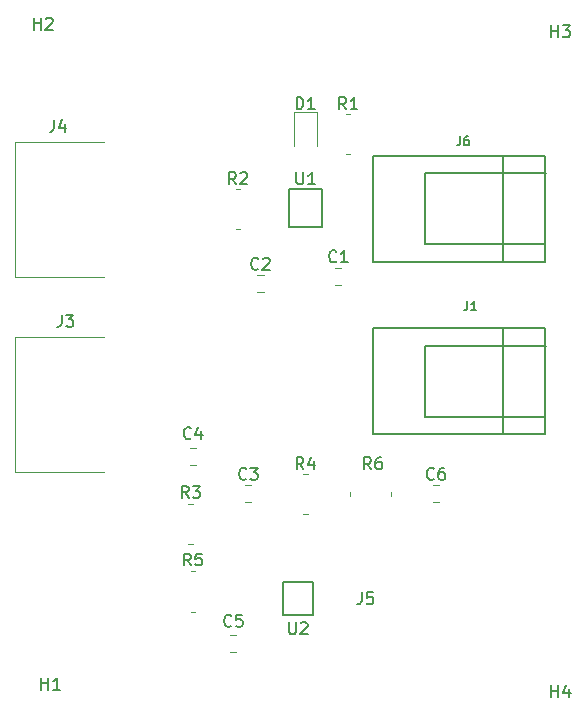
<source format=gbr>
G04 #@! TF.GenerationSoftware,KiCad,Pcbnew,(5.0.1)-3*
G04 #@! TF.CreationDate,2018-12-28T16:37:43-07:00*
G04 #@! TF.ProjectId,New_battery,4E65775F626174746572792E6B696361,rev?*
G04 #@! TF.SameCoordinates,Original*
G04 #@! TF.FileFunction,Legend,Top*
G04 #@! TF.FilePolarity,Positive*
%FSLAX46Y46*%
G04 Gerber Fmt 4.6, Leading zero omitted, Abs format (unit mm)*
G04 Created by KiCad (PCBNEW (5.0.1)-3) date 2018-12-28 4:37:43 PM*
%MOMM*%
%LPD*%
G01*
G04 APERTURE LIST*
%ADD10C,0.120000*%
%ADD11C,0.203200*%
%ADD12C,0.150000*%
%ADD13C,0.152400*%
G04 APERTURE END LIST*
D10*
G04 #@! TO.C,C1*
X243823748Y-79300000D02*
X244346252Y-79300000D01*
X243823748Y-80720000D02*
X244346252Y-80720000D01*
G04 #@! TO.C,C2*
X237228748Y-81355000D02*
X237751252Y-81355000D01*
X237228748Y-79935000D02*
X237751252Y-79935000D01*
G04 #@! TO.C,C3*
X236203748Y-97715000D02*
X236726252Y-97715000D01*
X236203748Y-99135000D02*
X236726252Y-99135000D01*
G04 #@! TO.C,C4*
X232036252Y-94540000D02*
X231513748Y-94540000D01*
X232036252Y-95960000D02*
X231513748Y-95960000D01*
G04 #@! TO.C,C5*
X235456252Y-110415000D02*
X234933748Y-110415000D01*
X235456252Y-111835000D02*
X234933748Y-111835000D01*
G04 #@! TO.C,C6*
X252078748Y-97715000D02*
X252601252Y-97715000D01*
X252078748Y-99135000D02*
X252601252Y-99135000D01*
G04 #@! TO.C,D1*
X242260000Y-68945000D02*
X242260000Y-66085000D01*
X242260000Y-66085000D02*
X240340000Y-66085000D01*
X240340000Y-66085000D02*
X240340000Y-68945000D01*
D11*
G04 #@! TO.C,J1*
X261560000Y-91900000D02*
X251460000Y-91900000D01*
X251460000Y-91900000D02*
X251460000Y-85900000D01*
X251460000Y-85900000D02*
X261660000Y-85900000D01*
X258060000Y-84400000D02*
X258060000Y-93400000D01*
X247060000Y-84400000D02*
X247060000Y-93400000D01*
X247060000Y-93400000D02*
X261560000Y-93400000D01*
X261560000Y-93400000D02*
X261560000Y-84400000D01*
X261560000Y-84400000D02*
X247060000Y-84400000D01*
D10*
G04 #@! TO.C,J3*
X216680000Y-85145000D02*
X224280000Y-85145000D01*
X216680000Y-96545000D02*
X216680000Y-85145000D01*
X224280000Y-96545000D02*
X216680000Y-96545000D01*
G04 #@! TO.C,J4*
X224280000Y-80035000D02*
X216680000Y-80035000D01*
X216680000Y-80035000D02*
X216680000Y-68635000D01*
X216680000Y-68635000D02*
X224280000Y-68635000D01*
D11*
G04 #@! TO.C,J6*
X261560000Y-69795000D02*
X247060000Y-69795000D01*
X261560000Y-78795000D02*
X261560000Y-69795000D01*
X247060000Y-78795000D02*
X261560000Y-78795000D01*
X247060000Y-69795000D02*
X247060000Y-78795000D01*
X258060000Y-69795000D02*
X258060000Y-78795000D01*
X251460000Y-71295000D02*
X261660000Y-71295000D01*
X251460000Y-77295000D02*
X251460000Y-71295000D01*
X261560000Y-77295000D02*
X251460000Y-77295000D01*
D10*
G04 #@! TO.C,R1*
X245090483Y-66235000D02*
X244724517Y-66235000D01*
X245090483Y-69655000D02*
X244724517Y-69655000D01*
G04 #@! TO.C,R2*
X235767983Y-76005000D02*
X235402017Y-76005000D01*
X235767983Y-72585000D02*
X235402017Y-72585000D01*
G04 #@! TO.C,R3*
X231389517Y-99255000D02*
X231755483Y-99255000D01*
X231389517Y-102675000D02*
X231755483Y-102675000D01*
G04 #@! TO.C,R4*
X241482983Y-96715000D02*
X241117017Y-96715000D01*
X241482983Y-100135000D02*
X241117017Y-100135000D01*
G04 #@! TO.C,R5*
X231592017Y-108390000D02*
X231957983Y-108390000D01*
X231592017Y-104970000D02*
X231957983Y-104970000D01*
G04 #@! TO.C,R6*
X248522500Y-98242017D02*
X248522500Y-98607983D01*
X245102500Y-98242017D02*
X245102500Y-98607983D01*
D12*
G04 #@! TO.C,U1*
X239903000Y-72644000D02*
X242697000Y-72644000D01*
X242697000Y-72644000D02*
X242697000Y-75819000D01*
X242697000Y-75819000D02*
X239903000Y-75819000D01*
X239903000Y-75819000D02*
X239903000Y-72644000D01*
G04 #@! TO.C,U2*
X241935000Y-106172000D02*
X241935000Y-108712000D01*
X241935000Y-108712000D02*
X239395000Y-108712000D01*
X239395000Y-108712000D02*
X239395000Y-105918000D01*
X239395000Y-105918000D02*
X241935000Y-105918000D01*
X241935000Y-105918000D02*
X241935000Y-106172000D01*
G04 #@! TO.C,C1*
X243918333Y-78717142D02*
X243870714Y-78764761D01*
X243727857Y-78812380D01*
X243632619Y-78812380D01*
X243489761Y-78764761D01*
X243394523Y-78669523D01*
X243346904Y-78574285D01*
X243299285Y-78383809D01*
X243299285Y-78240952D01*
X243346904Y-78050476D01*
X243394523Y-77955238D01*
X243489761Y-77860000D01*
X243632619Y-77812380D01*
X243727857Y-77812380D01*
X243870714Y-77860000D01*
X243918333Y-77907619D01*
X244870714Y-78812380D02*
X244299285Y-78812380D01*
X244585000Y-78812380D02*
X244585000Y-77812380D01*
X244489761Y-77955238D01*
X244394523Y-78050476D01*
X244299285Y-78098095D01*
G04 #@! TO.C,C2*
X237323333Y-79352142D02*
X237275714Y-79399761D01*
X237132857Y-79447380D01*
X237037619Y-79447380D01*
X236894761Y-79399761D01*
X236799523Y-79304523D01*
X236751904Y-79209285D01*
X236704285Y-79018809D01*
X236704285Y-78875952D01*
X236751904Y-78685476D01*
X236799523Y-78590238D01*
X236894761Y-78495000D01*
X237037619Y-78447380D01*
X237132857Y-78447380D01*
X237275714Y-78495000D01*
X237323333Y-78542619D01*
X237704285Y-78542619D02*
X237751904Y-78495000D01*
X237847142Y-78447380D01*
X238085238Y-78447380D01*
X238180476Y-78495000D01*
X238228095Y-78542619D01*
X238275714Y-78637857D01*
X238275714Y-78733095D01*
X238228095Y-78875952D01*
X237656666Y-79447380D01*
X238275714Y-79447380D01*
G04 #@! TO.C,C3*
X236298333Y-97132142D02*
X236250714Y-97179761D01*
X236107857Y-97227380D01*
X236012619Y-97227380D01*
X235869761Y-97179761D01*
X235774523Y-97084523D01*
X235726904Y-96989285D01*
X235679285Y-96798809D01*
X235679285Y-96655952D01*
X235726904Y-96465476D01*
X235774523Y-96370238D01*
X235869761Y-96275000D01*
X236012619Y-96227380D01*
X236107857Y-96227380D01*
X236250714Y-96275000D01*
X236298333Y-96322619D01*
X236631666Y-96227380D02*
X237250714Y-96227380D01*
X236917380Y-96608333D01*
X237060238Y-96608333D01*
X237155476Y-96655952D01*
X237203095Y-96703571D01*
X237250714Y-96798809D01*
X237250714Y-97036904D01*
X237203095Y-97132142D01*
X237155476Y-97179761D01*
X237060238Y-97227380D01*
X236774523Y-97227380D01*
X236679285Y-97179761D01*
X236631666Y-97132142D01*
G04 #@! TO.C,C4*
X231608333Y-93702142D02*
X231560714Y-93749761D01*
X231417857Y-93797380D01*
X231322619Y-93797380D01*
X231179761Y-93749761D01*
X231084523Y-93654523D01*
X231036904Y-93559285D01*
X230989285Y-93368809D01*
X230989285Y-93225952D01*
X231036904Y-93035476D01*
X231084523Y-92940238D01*
X231179761Y-92845000D01*
X231322619Y-92797380D01*
X231417857Y-92797380D01*
X231560714Y-92845000D01*
X231608333Y-92892619D01*
X232465476Y-93130714D02*
X232465476Y-93797380D01*
X232227380Y-92749761D02*
X231989285Y-93464047D01*
X232608333Y-93464047D01*
G04 #@! TO.C,C5*
X235028333Y-109577142D02*
X234980714Y-109624761D01*
X234837857Y-109672380D01*
X234742619Y-109672380D01*
X234599761Y-109624761D01*
X234504523Y-109529523D01*
X234456904Y-109434285D01*
X234409285Y-109243809D01*
X234409285Y-109100952D01*
X234456904Y-108910476D01*
X234504523Y-108815238D01*
X234599761Y-108720000D01*
X234742619Y-108672380D01*
X234837857Y-108672380D01*
X234980714Y-108720000D01*
X235028333Y-108767619D01*
X235933095Y-108672380D02*
X235456904Y-108672380D01*
X235409285Y-109148571D01*
X235456904Y-109100952D01*
X235552142Y-109053333D01*
X235790238Y-109053333D01*
X235885476Y-109100952D01*
X235933095Y-109148571D01*
X235980714Y-109243809D01*
X235980714Y-109481904D01*
X235933095Y-109577142D01*
X235885476Y-109624761D01*
X235790238Y-109672380D01*
X235552142Y-109672380D01*
X235456904Y-109624761D01*
X235409285Y-109577142D01*
G04 #@! TO.C,C6*
X252173333Y-97132142D02*
X252125714Y-97179761D01*
X251982857Y-97227380D01*
X251887619Y-97227380D01*
X251744761Y-97179761D01*
X251649523Y-97084523D01*
X251601904Y-96989285D01*
X251554285Y-96798809D01*
X251554285Y-96655952D01*
X251601904Y-96465476D01*
X251649523Y-96370238D01*
X251744761Y-96275000D01*
X251887619Y-96227380D01*
X251982857Y-96227380D01*
X252125714Y-96275000D01*
X252173333Y-96322619D01*
X253030476Y-96227380D02*
X252840000Y-96227380D01*
X252744761Y-96275000D01*
X252697142Y-96322619D01*
X252601904Y-96465476D01*
X252554285Y-96655952D01*
X252554285Y-97036904D01*
X252601904Y-97132142D01*
X252649523Y-97179761D01*
X252744761Y-97227380D01*
X252935238Y-97227380D01*
X253030476Y-97179761D01*
X253078095Y-97132142D01*
X253125714Y-97036904D01*
X253125714Y-96798809D01*
X253078095Y-96703571D01*
X253030476Y-96655952D01*
X252935238Y-96608333D01*
X252744761Y-96608333D01*
X252649523Y-96655952D01*
X252601904Y-96703571D01*
X252554285Y-96798809D01*
G04 #@! TO.C,D1*
X240561904Y-65857380D02*
X240561904Y-64857380D01*
X240800000Y-64857380D01*
X240942857Y-64905000D01*
X241038095Y-65000238D01*
X241085714Y-65095476D01*
X241133333Y-65285952D01*
X241133333Y-65428809D01*
X241085714Y-65619285D01*
X241038095Y-65714523D01*
X240942857Y-65809761D01*
X240800000Y-65857380D01*
X240561904Y-65857380D01*
X242085714Y-65857380D02*
X241514285Y-65857380D01*
X241800000Y-65857380D02*
X241800000Y-64857380D01*
X241704761Y-65000238D01*
X241609523Y-65095476D01*
X241514285Y-65143095D01*
G04 #@! TO.C,H1*
X218948095Y-114997380D02*
X218948095Y-113997380D01*
X218948095Y-114473571D02*
X219519523Y-114473571D01*
X219519523Y-114997380D02*
X219519523Y-113997380D01*
X220519523Y-114997380D02*
X219948095Y-114997380D01*
X220233809Y-114997380D02*
X220233809Y-113997380D01*
X220138571Y-114140238D01*
X220043333Y-114235476D01*
X219948095Y-114283095D01*
G04 #@! TO.C,H2*
X218313095Y-59117380D02*
X218313095Y-58117380D01*
X218313095Y-58593571D02*
X218884523Y-58593571D01*
X218884523Y-59117380D02*
X218884523Y-58117380D01*
X219313095Y-58212619D02*
X219360714Y-58165000D01*
X219455952Y-58117380D01*
X219694047Y-58117380D01*
X219789285Y-58165000D01*
X219836904Y-58212619D01*
X219884523Y-58307857D01*
X219884523Y-58403095D01*
X219836904Y-58545952D01*
X219265476Y-59117380D01*
X219884523Y-59117380D01*
G04 #@! TO.C,H3*
X262128095Y-59752380D02*
X262128095Y-58752380D01*
X262128095Y-59228571D02*
X262699523Y-59228571D01*
X262699523Y-59752380D02*
X262699523Y-58752380D01*
X263080476Y-58752380D02*
X263699523Y-58752380D01*
X263366190Y-59133333D01*
X263509047Y-59133333D01*
X263604285Y-59180952D01*
X263651904Y-59228571D01*
X263699523Y-59323809D01*
X263699523Y-59561904D01*
X263651904Y-59657142D01*
X263604285Y-59704761D01*
X263509047Y-59752380D01*
X263223333Y-59752380D01*
X263128095Y-59704761D01*
X263080476Y-59657142D01*
G04 #@! TO.C,H4*
X262128095Y-115632380D02*
X262128095Y-114632380D01*
X262128095Y-115108571D02*
X262699523Y-115108571D01*
X262699523Y-115632380D02*
X262699523Y-114632380D01*
X263604285Y-114965714D02*
X263604285Y-115632380D01*
X263366190Y-114584761D02*
X263128095Y-115299047D01*
X263747142Y-115299047D01*
G04 #@! TO.C,J1*
D13*
X255016000Y-82132714D02*
X255016000Y-82677000D01*
X254979714Y-82785857D01*
X254907142Y-82858428D01*
X254798285Y-82894714D01*
X254725714Y-82894714D01*
X255778000Y-82894714D02*
X255342571Y-82894714D01*
X255560285Y-82894714D02*
X255560285Y-82132714D01*
X255487714Y-82241571D01*
X255415142Y-82314142D01*
X255342571Y-82350428D01*
G04 #@! TO.C,J3*
D12*
X220646666Y-83272380D02*
X220646666Y-83986666D01*
X220599047Y-84129523D01*
X220503809Y-84224761D01*
X220360952Y-84272380D01*
X220265714Y-84272380D01*
X221027619Y-83272380D02*
X221646666Y-83272380D01*
X221313333Y-83653333D01*
X221456190Y-83653333D01*
X221551428Y-83700952D01*
X221599047Y-83748571D01*
X221646666Y-83843809D01*
X221646666Y-84081904D01*
X221599047Y-84177142D01*
X221551428Y-84224761D01*
X221456190Y-84272380D01*
X221170476Y-84272380D01*
X221075238Y-84224761D01*
X221027619Y-84177142D01*
G04 #@! TO.C,J4*
X220011666Y-66762380D02*
X220011666Y-67476666D01*
X219964047Y-67619523D01*
X219868809Y-67714761D01*
X219725952Y-67762380D01*
X219630714Y-67762380D01*
X220916428Y-67095714D02*
X220916428Y-67762380D01*
X220678333Y-66714761D02*
X220440238Y-67429047D01*
X221059285Y-67429047D01*
G04 #@! TO.C,J5*
X246046666Y-106767380D02*
X246046666Y-107481666D01*
X245999047Y-107624523D01*
X245903809Y-107719761D01*
X245760952Y-107767380D01*
X245665714Y-107767380D01*
X246999047Y-106767380D02*
X246522857Y-106767380D01*
X246475238Y-107243571D01*
X246522857Y-107195952D01*
X246618095Y-107148333D01*
X246856190Y-107148333D01*
X246951428Y-107195952D01*
X246999047Y-107243571D01*
X247046666Y-107338809D01*
X247046666Y-107576904D01*
X246999047Y-107672142D01*
X246951428Y-107719761D01*
X246856190Y-107767380D01*
X246618095Y-107767380D01*
X246522857Y-107719761D01*
X246475238Y-107672142D01*
G04 #@! TO.C,J6*
D13*
X254381000Y-68162714D02*
X254381000Y-68707000D01*
X254344714Y-68815857D01*
X254272142Y-68888428D01*
X254163285Y-68924714D01*
X254090714Y-68924714D01*
X255070428Y-68162714D02*
X254925285Y-68162714D01*
X254852714Y-68199000D01*
X254816428Y-68235285D01*
X254743857Y-68344142D01*
X254707571Y-68489285D01*
X254707571Y-68779571D01*
X254743857Y-68852142D01*
X254780142Y-68888428D01*
X254852714Y-68924714D01*
X254997857Y-68924714D01*
X255070428Y-68888428D01*
X255106714Y-68852142D01*
X255143000Y-68779571D01*
X255143000Y-68598142D01*
X255106714Y-68525571D01*
X255070428Y-68489285D01*
X254997857Y-68453000D01*
X254852714Y-68453000D01*
X254780142Y-68489285D01*
X254743857Y-68525571D01*
X254707571Y-68598142D01*
G04 #@! TO.C,R1*
D12*
X244740833Y-65857380D02*
X244407500Y-65381190D01*
X244169404Y-65857380D02*
X244169404Y-64857380D01*
X244550357Y-64857380D01*
X244645595Y-64905000D01*
X244693214Y-64952619D01*
X244740833Y-65047857D01*
X244740833Y-65190714D01*
X244693214Y-65285952D01*
X244645595Y-65333571D01*
X244550357Y-65381190D01*
X244169404Y-65381190D01*
X245693214Y-65857380D02*
X245121785Y-65857380D01*
X245407500Y-65857380D02*
X245407500Y-64857380D01*
X245312261Y-65000238D01*
X245217023Y-65095476D01*
X245121785Y-65143095D01*
G04 #@! TO.C,R2*
X235418333Y-72207380D02*
X235085000Y-71731190D01*
X234846904Y-72207380D02*
X234846904Y-71207380D01*
X235227857Y-71207380D01*
X235323095Y-71255000D01*
X235370714Y-71302619D01*
X235418333Y-71397857D01*
X235418333Y-71540714D01*
X235370714Y-71635952D01*
X235323095Y-71683571D01*
X235227857Y-71731190D01*
X234846904Y-71731190D01*
X235799285Y-71302619D02*
X235846904Y-71255000D01*
X235942142Y-71207380D01*
X236180238Y-71207380D01*
X236275476Y-71255000D01*
X236323095Y-71302619D01*
X236370714Y-71397857D01*
X236370714Y-71493095D01*
X236323095Y-71635952D01*
X235751666Y-72207380D01*
X236370714Y-72207380D01*
G04 #@! TO.C,R3*
X231405833Y-98767380D02*
X231072500Y-98291190D01*
X230834404Y-98767380D02*
X230834404Y-97767380D01*
X231215357Y-97767380D01*
X231310595Y-97815000D01*
X231358214Y-97862619D01*
X231405833Y-97957857D01*
X231405833Y-98100714D01*
X231358214Y-98195952D01*
X231310595Y-98243571D01*
X231215357Y-98291190D01*
X230834404Y-98291190D01*
X231739166Y-97767380D02*
X232358214Y-97767380D01*
X232024880Y-98148333D01*
X232167738Y-98148333D01*
X232262976Y-98195952D01*
X232310595Y-98243571D01*
X232358214Y-98338809D01*
X232358214Y-98576904D01*
X232310595Y-98672142D01*
X232262976Y-98719761D01*
X232167738Y-98767380D01*
X231882023Y-98767380D01*
X231786785Y-98719761D01*
X231739166Y-98672142D01*
G04 #@! TO.C,R4*
X241133333Y-96337380D02*
X240800000Y-95861190D01*
X240561904Y-96337380D02*
X240561904Y-95337380D01*
X240942857Y-95337380D01*
X241038095Y-95385000D01*
X241085714Y-95432619D01*
X241133333Y-95527857D01*
X241133333Y-95670714D01*
X241085714Y-95765952D01*
X241038095Y-95813571D01*
X240942857Y-95861190D01*
X240561904Y-95861190D01*
X241990476Y-95670714D02*
X241990476Y-96337380D01*
X241752380Y-95289761D02*
X241514285Y-96004047D01*
X242133333Y-96004047D01*
G04 #@! TO.C,R5*
X231608333Y-104482380D02*
X231275000Y-104006190D01*
X231036904Y-104482380D02*
X231036904Y-103482380D01*
X231417857Y-103482380D01*
X231513095Y-103530000D01*
X231560714Y-103577619D01*
X231608333Y-103672857D01*
X231608333Y-103815714D01*
X231560714Y-103910952D01*
X231513095Y-103958571D01*
X231417857Y-104006190D01*
X231036904Y-104006190D01*
X232513095Y-103482380D02*
X232036904Y-103482380D01*
X231989285Y-103958571D01*
X232036904Y-103910952D01*
X232132142Y-103863333D01*
X232370238Y-103863333D01*
X232465476Y-103910952D01*
X232513095Y-103958571D01*
X232560714Y-104053809D01*
X232560714Y-104291904D01*
X232513095Y-104387142D01*
X232465476Y-104434761D01*
X232370238Y-104482380D01*
X232132142Y-104482380D01*
X232036904Y-104434761D01*
X231989285Y-104387142D01*
G04 #@! TO.C,R6*
X246848333Y-96337380D02*
X246515000Y-95861190D01*
X246276904Y-96337380D02*
X246276904Y-95337380D01*
X246657857Y-95337380D01*
X246753095Y-95385000D01*
X246800714Y-95432619D01*
X246848333Y-95527857D01*
X246848333Y-95670714D01*
X246800714Y-95765952D01*
X246753095Y-95813571D01*
X246657857Y-95861190D01*
X246276904Y-95861190D01*
X247705476Y-95337380D02*
X247515000Y-95337380D01*
X247419761Y-95385000D01*
X247372142Y-95432619D01*
X247276904Y-95575476D01*
X247229285Y-95765952D01*
X247229285Y-96146904D01*
X247276904Y-96242142D01*
X247324523Y-96289761D01*
X247419761Y-96337380D01*
X247610238Y-96337380D01*
X247705476Y-96289761D01*
X247753095Y-96242142D01*
X247800714Y-96146904D01*
X247800714Y-95908809D01*
X247753095Y-95813571D01*
X247705476Y-95765952D01*
X247610238Y-95718333D01*
X247419761Y-95718333D01*
X247324523Y-95765952D01*
X247276904Y-95813571D01*
X247229285Y-95908809D01*
G04 #@! TO.C,U1*
X240538095Y-71207380D02*
X240538095Y-72016904D01*
X240585714Y-72112142D01*
X240633333Y-72159761D01*
X240728571Y-72207380D01*
X240919047Y-72207380D01*
X241014285Y-72159761D01*
X241061904Y-72112142D01*
X241109523Y-72016904D01*
X241109523Y-71207380D01*
X242109523Y-72207380D02*
X241538095Y-72207380D01*
X241823809Y-72207380D02*
X241823809Y-71207380D01*
X241728571Y-71350238D01*
X241633333Y-71445476D01*
X241538095Y-71493095D01*
G04 #@! TO.C,U2*
X239903095Y-109307380D02*
X239903095Y-110116904D01*
X239950714Y-110212142D01*
X239998333Y-110259761D01*
X240093571Y-110307380D01*
X240284047Y-110307380D01*
X240379285Y-110259761D01*
X240426904Y-110212142D01*
X240474523Y-110116904D01*
X240474523Y-109307380D01*
X240903095Y-109402619D02*
X240950714Y-109355000D01*
X241045952Y-109307380D01*
X241284047Y-109307380D01*
X241379285Y-109355000D01*
X241426904Y-109402619D01*
X241474523Y-109497857D01*
X241474523Y-109593095D01*
X241426904Y-109735952D01*
X240855476Y-110307380D01*
X241474523Y-110307380D01*
G04 #@! TD*
M02*

</source>
